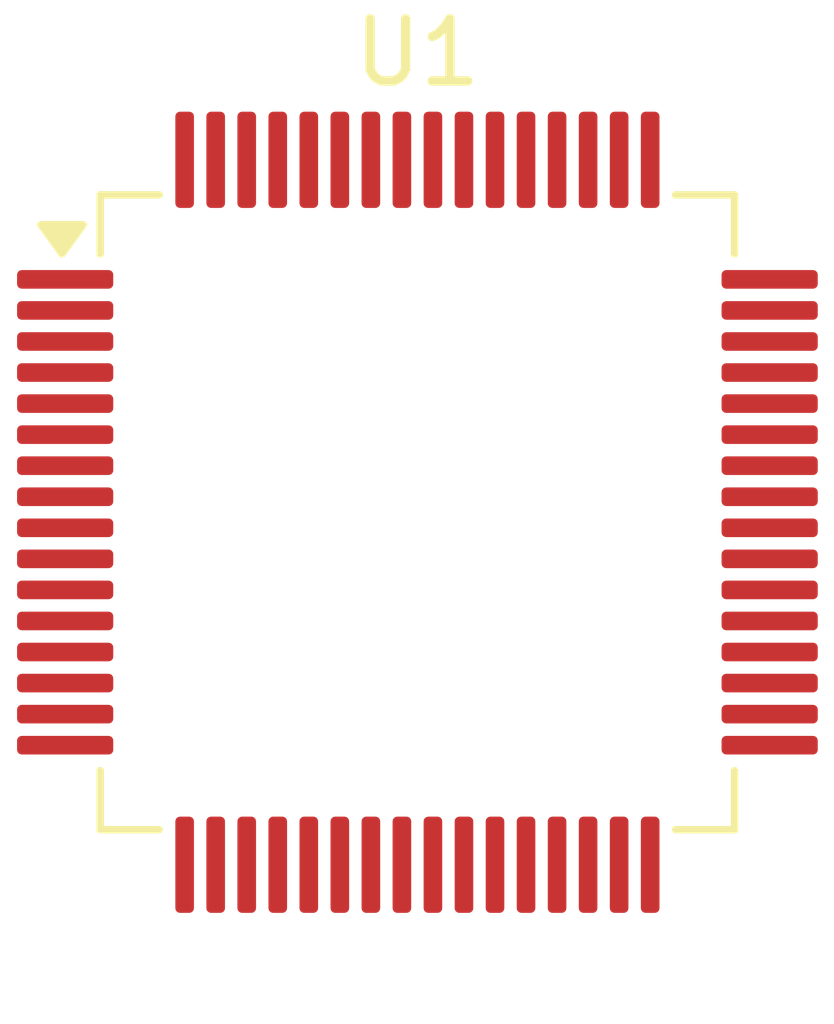
<source format=kicad_pcb>
(kicad_pcb (version 20241229) (generator "pcbnew") (generator_version "9.0")
  (layers (0 "F.Cu" signal) (2 "B.Cu" signal) (13 "F.Paste" user) (15 "B.Paste" user) (5 "F.SilkS" user "F.Silkscreen") (7 "B.SilkS" user "B.Silkscreen") (1 "F.Mask" user) (3 "B.Mask" user) (25 "Edge.Cuts" user))
  (net 0 "")
  (net 2 "Net-(U1-VBAT)")
  (net 11 "Net-(U1-VSS-Pad18)")
  (net 23 "/MCU/BOOT0")
  (net 31 "Net-(U1-VDDA)")
  (net 56 "/MCU/NRST")
  (footprint "Package_QFP:LQFP-64_10x10mm_P0.5mm" (layer "F.Cu") (at 90.9 59.1)
    (property "Reference" "U1" (at 0 -7.4 0) (layer "F.SilkS"))
    (property "Value" "STM32F446RETx")
    (fp_line (start -5.11 -5.11) (end -5.11 -4.16) (stroke (width 0.12)) (layer "F.SilkS"))
    (fp_line (start -5.11 5.11) (end -5.11 4.16) (stroke (width 0.12)) (layer "F.SilkS"))
    (fp_line (start -4.16 -5.11) (end -5.11 -5.11) (stroke (width 0.12)) (layer "F.SilkS"))
    (fp_line (start -4.16 5.11) (end -5.11 5.11) (stroke (width 0.12)) (layer "F.SilkS"))
    (fp_line (start 4.16 -5.11) (end 5.11 -5.11) (stroke (width 0.12)) (layer "F.SilkS"))
    (fp_line (start 4.16 5.11) (end 5.11 5.11) (stroke (width 0.12)) (layer "F.SilkS"))
    (fp_line (start 5.11 -5.11) (end 5.11 -4.16) (stroke (width 0.12)) (layer "F.SilkS"))
    (fp_line (start 5.11 5.11) (end 5.11 4.16) (stroke (width 0.12)) (layer "F.SilkS"))
    (fp_poly (pts (xy -5.725 -4.16) (xy -6.065 -4.63) (xy -5.385 -4.63)) (stroke (width 0.12)) (fill yes) (layer "F.SilkS"))
    (pad "1" smd roundrect (at -5.675 -3.75) (size 1.55 0.3) (layers "F.Cu" "F.Mask" "F.Paste") (net 2 "Net-(U1-VBAT)"))
    (pad "2" smd roundrect (at -5.675 -3.25) (size 1.55 0.3) (layers "F.Cu" "F.Mask" "F.Paste"))
    (pad "3" smd roundrect (at -5.675 -2.75) (size 1.55 0.3) (layers "F.Cu" "F.Mask" "F.Paste"))
    (pad "4" smd roundrect (at -5.675 -2.25) (size 1.55 0.3) (layers "F.Cu" "F.Mask" "F.Paste"))
    (pad "5" smd roundrect (at -5.675 -1.75) (size 1.55 0.3) (layers "F.Cu" "F.Mask" "F.Paste"))
    (pad "6" smd roundrect (at -5.675 -1.25) (size 1.55 0.3) (layers "F.Cu" "F.Mask" "F.Paste"))
    (pad "7" smd roundrect (at -5.675 -0.75) (size 1.55 0.3) (layers "F.Cu" "F.Mask" "F.Paste") (net 56 "/MCU/NRST"))
    (pad "8" smd roundrect (at -5.675 -0.25) (size 1.55 0.3) (layers "F.Cu" "F.Mask" "F.Paste"))
    (pad "9" smd roundrect (at -5.675 0.25) (size 1.55 0.3) (layers "F.Cu" "F.Mask" "F.Paste"))
    (pad "10" smd roundrect (at -5.675 0.75) (size 1.55 0.3) (layers "F.Cu" "F.Mask" "F.Paste"))
    (pad "11" smd roundrect (at -5.675 1.25) (size 1.55 0.3) (layers "F.Cu" "F.Mask" "F.Paste"))
    (pad "12" smd roundrect (at -5.675 1.75) (size 1.55 0.3) (layers "F.Cu" "F.Mask" "F.Paste"))
    (pad "13" smd roundrect (at -5.675 2.25) (size 1.55 0.3) (layers "F.Cu" "F.Mask" "F.Paste") (net 31 "Net-(U1-VDDA)"))
    (pad "14" smd roundrect (at -5.675 2.75) (size 1.55 0.3) (layers "F.Cu" "F.Mask" "F.Paste"))
    (pad "15" smd roundrect (at -5.675 3.25) (size 1.55 0.3) (layers "F.Cu" "F.Mask" "F.Paste"))
    (pad "16" smd roundrect (at -5.675 3.75) (size 1.55 0.3) (layers "F.Cu" "F.Mask" "F.Paste"))
    (pad "17" smd roundrect (at -3.75 5.675) (size 0.3 1.55) (layers "F.Cu" "F.Mask" "F.Paste"))
    (pad "18" smd roundrect (at -3.25 5.675) (size 0.3 1.55) (layers "F.Cu" "F.Mask" "F.Paste") (net 11 "Net-(U1-VSS-Pad18)"))
    (pad "19" smd roundrect (at -2.75 5.675) (size 0.3 1.55) (layers "F.Cu" "F.Mask" "F.Paste") (net 2 "Net-(U1-VBAT)"))
    (pad "20" smd roundrect (at -2.25 5.675) (size 0.3 1.55) (layers "F.Cu" "F.Mask" "F.Paste"))
    (pad "21" smd roundrect (at -1.75 5.675) (size 0.3 1.55) (layers "F.Cu" "F.Mask" "F.Paste"))
    (pad "22" smd roundrect (at -1.25 5.675) (size 0.3 1.55) (layers "F.Cu" "F.Mask" "F.Paste"))
    (pad "23" smd roundrect (at -0.75 5.675) (size 0.3 1.55) (layers "F.Cu" "F.Mask" "F.Paste"))
    (pad "24" smd roundrect (at -0.25 5.675) (size 0.3 1.55) (layers "F.Cu" "F.Mask" "F.Paste"))
    (pad "25" smd roundrect (at 0.25 5.675) (size 0.3 1.55) (layers "F.Cu" "F.Mask" "F.Paste"))
    (pad "26" smd roundrect (at 0.75 5.675) (size 0.3 1.55) (layers "F.Cu" "F.Mask" "F.Paste"))
    (pad "27" smd roundrect (at 1.25 5.675) (size 0.3 1.55) (layers "F.Cu" "F.Mask" "F.Paste"))
    (pad "28" smd roundrect (at 1.75 5.675) (size 0.3 1.55) (layers "F.Cu" "F.Mask" "F.Paste"))
    (pad "29" smd roundrect (at 2.25 5.675) (size 0.3 1.55) (layers "F.Cu" "F.Mask" "F.Paste"))
    (pad "30" smd roundrect (at 2.75 5.675) (size 0.3 1.55) (layers "F.Cu" "F.Mask" "F.Paste"))
    (pad "31" smd roundrect (at 3.25 5.675) (size 0.3 1.55) (layers "F.Cu" "F.Mask" "F.Paste") (net 11 "Net-(U1-VSS-Pad18)"))
    (pad "32" smd roundrect (at 3.75 5.675) (size 0.3 1.55) (layers "F.Cu" "F.Mask" "F.Paste") (net 2 "Net-(U1-VBAT)"))
    (pad "33" smd roundrect (at 5.675 3.75) (size 1.55 0.3) (layers "F.Cu" "F.Mask" "F.Paste"))
    (pad "34" smd roundrect (at 5.675 3.25) (size 1.55 0.3) (layers "F.Cu" "F.Mask" "F.Paste"))
    (pad "35" smd roundrect (at 5.675 2.75) (size 1.55 0.3) (layers "F.Cu" "F.Mask" "F.Paste"))
    (pad "36" smd roundrect (at 5.675 2.25) (size 1.55 0.3) (layers "F.Cu" "F.Mask" "F.Paste"))
    (pad "37" smd roundrect (at 5.675 1.75) (size 1.55 0.3) (layers "F.Cu" "F.Mask" "F.Paste"))
    (pad "38" smd roundrect (at 5.675 1.25) (size 1.55 0.3) (layers "F.Cu" "F.Mask" "F.Paste"))
    (pad "39" smd roundrect (at 5.675 0.75) (size 1.55 0.3) (layers "F.Cu" "F.Mask" "F.Paste"))
    (pad "40" smd roundrect (at 5.675 0.25) (size 1.55 0.3) (layers "F.Cu" "F.Mask" "F.Paste"))
    (pad "41" smd roundrect (at 5.675 -0.25) (size 1.55 0.3) (layers "F.Cu" "F.Mask" "F.Paste"))
    (pad "42" smd roundrect (at 5.675 -0.75) (size 1.55 0.3) (layers "F.Cu" "F.Mask" "F.Paste"))
    (pad "43" smd roundrect (at 5.675 -1.25) (size 1.55 0.3) (layers "F.Cu" "F.Mask" "F.Paste"))
    (pad "44" smd roundrect (at 5.675 -1.75) (size 1.55 0.3) (layers "F.Cu" "F.Mask" "F.Paste"))
    (pad "45" smd roundrect (at 5.675 -2.25) (size 1.55 0.3) (layers "F.Cu" "F.Mask" "F.Paste"))
    (pad "46" smd roundrect (at 5.675 -2.75) (size 1.55 0.3) (layers "F.Cu" "F.Mask" "F.Paste"))
    (pad "47" smd roundrect (at 5.675 -3.25) (size 1.55 0.3) (layers "F.Cu" "F.Mask" "F.Paste") (net 11 "Net-(U1-VSS-Pad18)"))
    (pad "48" smd roundrect (at 5.675 -3.75) (size 1.55 0.3) (layers "F.Cu" "F.Mask" "F.Paste") (net 2 "Net-(U1-VBAT)"))
    (pad "49" smd roundrect (at 3.75 -5.675) (size 0.3 1.55) (layers "F.Cu" "F.Mask" "F.Paste"))
    (pad "50" smd roundrect (at 3.25 -5.675) (size 0.3 1.55) (layers "F.Cu" "F.Mask" "F.Paste"))
    (pad "51" smd roundrect (at 2.75 -5.675) (size 0.3 1.55) (layers "F.Cu" "F.Mask" "F.Paste"))
    (pad "52" smd roundrect (at 2.25 -5.675) (size 0.3 1.55) (layers "F.Cu" "F.Mask" "F.Paste"))
    (pad "53" smd roundrect (at 1.75 -5.675) (size 0.3 1.55) (layers "F.Cu" "F.Mask" "F.Paste"))
    (pad "54" smd roundrect (at 1.25 -5.675) (size 0.3 1.55) (layers "F.Cu" "F.Mask" "F.Paste"))
    (pad "55" smd roundrect (at 0.75 -5.675) (size 0.3 1.55) (layers "F.Cu" "F.Mask" "F.Paste"))
    (pad "56" smd roundrect (at 0.25 -5.675) (size 0.3 1.55) (layers "F.Cu" "F.Mask" "F.Paste"))
    (pad "57" smd roundrect (at -0.25 -5.675) (size 0.3 1.55) (layers "F.Cu" "F.Mask" "F.Paste"))
    (pad "58" smd roundrect (at -0.75 -5.675) (size 0.3 1.55) (layers "F.Cu" "F.Mask" "F.Paste"))
    (pad "59" smd roundrect (at -1.25 -5.675) (size 0.3 1.55) (layers "F.Cu" "F.Mask" "F.Paste"))
    (pad "60" smd roundrect (at -1.75 -5.675) (size 0.3 1.55) (layers "F.Cu" "F.Mask" "F.Paste") (net 23 "/MCU/BOOT0"))
    (pad "61" smd roundrect (at -2.25 -5.675) (size 0.3 1.55) (layers "F.Cu" "F.Mask" "F.Paste"))
    (pad "62" smd roundrect (at -2.75 -5.675) (size 0.3 1.55) (layers "F.Cu" "F.Mask" "F.Paste"))
    (pad "63" smd roundrect (at -3.25 -5.675) (size 0.3 1.55) (layers "F.Cu" "F.Mask" "F.Paste") (net 11 "Net-(U1-VSS-Pad18)"))
    (pad "64" smd roundrect (at -3.75 -5.675) (size 0.3 1.55) (layers "F.Cu" "F.Mask" "F.Paste") (net 2 "Net-(U1-VBAT)"))
  )
)
</source>
